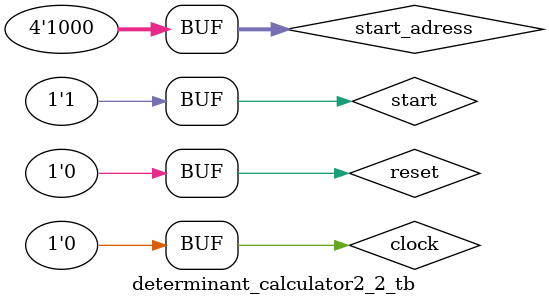
<source format=sv>
`timescale 1ns/1ns
module determinant_calculator2_2_tb();

logic clock,start,done,reset;
logic[3:0] start_adress;
logic [15:0] out_put;
logic [3:0] adress;
logic[7:0] data_in;

top_module1 dc(start_adress,data_in,clock,start,reset,out_put,done,adress);
ROM  #(8,16) MMRY(adress,data_in);

initial begin
    clock=0;
    start=0;
    reset=1;
end
initial begin
  repeat(60) #5 clock=~clock;
end
initial begin
#2
start_adress=1;
start=1;
reset=0;
#10
start=0;
#99
reset=1;
#1
reset=0;
start=1;
start_adress=8;
end
endmodule
</source>
